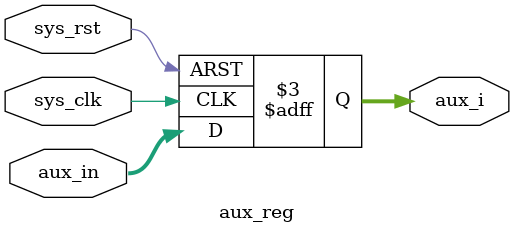
<source format=sv>
module aux_reg (
    input wire sys_clk,
    input wire [31:0] aux_in,
    input wire sys_rst,

    output reg [31:0] aux_i
);

  always @(posedge sys_clk or negedge sys_rst) begin
    if (~sys_rst) begin
      aux_i <= 32'b0;
    end else begin
      aux_i <= aux_in;
    end
  end

endmodule

</source>
